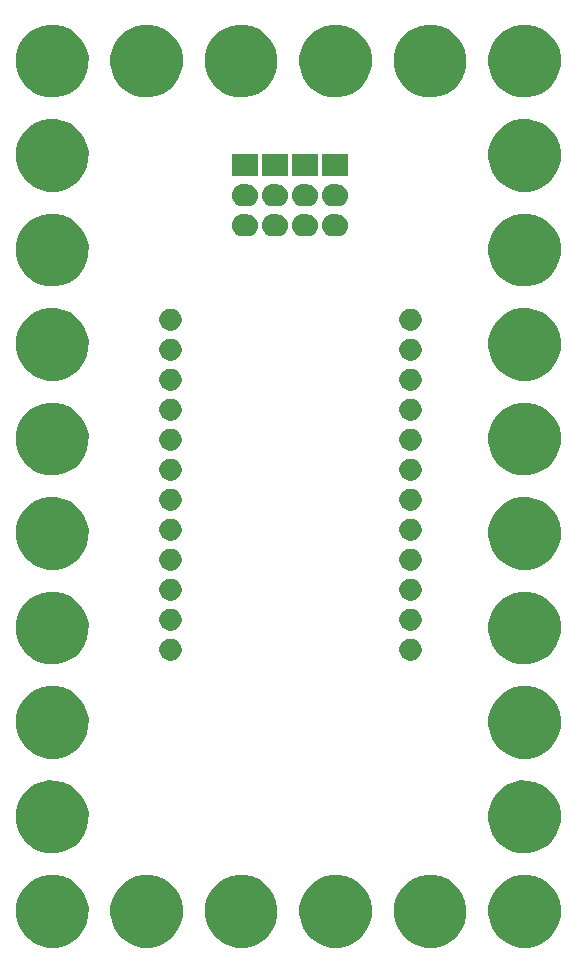
<source format=gbs>
%TF.GenerationSoftware,KiCad,Pcbnew,4.0.7-e2-6376~58~ubuntu16.04.1*%
%TF.CreationDate,2018-07-16T09:48:52-07:00*%
%TF.ProjectId,6x10-Photon-Breakout,3678392D50686F746F6E2D427265616B,1.0*%
%TF.FileFunction,Soldermask,Bot*%
%FSLAX46Y46*%
G04 Gerber Fmt 4.6, Leading zero omitted, Abs format (unit mm)*
G04 Created by KiCad (PCBNEW 4.0.7-e2-6376~58~ubuntu16.04.1) date Mon Jul 16 09:48:52 2018*
%MOMM*%
%LPD*%
G01*
G04 APERTURE LIST*
%ADD10C,0.350000*%
G04 APERTURE END LIST*
D10*
G36*
X59323110Y-100725847D02*
X59914055Y-100847151D01*
X60470198Y-101080932D01*
X60970334Y-101418278D01*
X61395421Y-101846343D01*
X61729266Y-102348821D01*
X61959156Y-102906576D01*
X62076264Y-103498014D01*
X62076264Y-103498024D01*
X62076331Y-103498363D01*
X62066710Y-104187416D01*
X62066633Y-104187754D01*
X62066633Y-104187762D01*
X61933057Y-104775701D01*
X61687685Y-105326816D01*
X61339937Y-105819778D01*
X60903062Y-106235809D01*
X60393700Y-106559061D01*
X59831254Y-106777219D01*
X59237147Y-106881976D01*
X58634003Y-106869342D01*
X58044800Y-106739797D01*
X57491982Y-106498277D01*
X56996607Y-106153982D01*
X56577537Y-105720023D01*
X56250738Y-105212930D01*
X56028656Y-104652014D01*
X55919755Y-104058658D01*
X55928177Y-103455441D01*
X56053606Y-102865347D01*
X56291259Y-102310858D01*
X56632091Y-101813088D01*
X57063112Y-101391000D01*
X57567913Y-101060668D01*
X58127259Y-100834677D01*
X58719845Y-100721636D01*
X59323110Y-100725847D01*
X59323110Y-100725847D01*
G37*
G36*
X67322110Y-100725847D02*
X67913055Y-100847151D01*
X68469198Y-101080932D01*
X68969334Y-101418278D01*
X69394421Y-101846343D01*
X69728266Y-102348821D01*
X69958156Y-102906576D01*
X70075264Y-103498014D01*
X70075264Y-103498024D01*
X70075331Y-103498363D01*
X70065710Y-104187416D01*
X70065633Y-104187754D01*
X70065633Y-104187762D01*
X69932057Y-104775701D01*
X69686685Y-105326816D01*
X69338937Y-105819778D01*
X68902062Y-106235809D01*
X68392700Y-106559061D01*
X67830254Y-106777219D01*
X67236147Y-106881976D01*
X66633003Y-106869342D01*
X66043800Y-106739797D01*
X65490982Y-106498277D01*
X64995607Y-106153982D01*
X64576537Y-105720023D01*
X64249738Y-105212930D01*
X64027656Y-104652014D01*
X63918755Y-104058658D01*
X63927177Y-103455441D01*
X64052606Y-102865347D01*
X64290259Y-102310858D01*
X64631091Y-101813088D01*
X65062112Y-101391000D01*
X65566913Y-101060668D01*
X66126259Y-100834677D01*
X66718845Y-100721636D01*
X67322110Y-100725847D01*
X67322110Y-100725847D01*
G37*
G36*
X83322110Y-100725847D02*
X83913055Y-100847151D01*
X84469198Y-101080932D01*
X84969334Y-101418278D01*
X85394421Y-101846343D01*
X85728266Y-102348821D01*
X85958156Y-102906576D01*
X86075264Y-103498014D01*
X86075264Y-103498024D01*
X86075331Y-103498363D01*
X86065710Y-104187416D01*
X86065633Y-104187754D01*
X86065633Y-104187762D01*
X85932057Y-104775701D01*
X85686685Y-105326816D01*
X85338937Y-105819778D01*
X84902062Y-106235809D01*
X84392700Y-106559061D01*
X83830254Y-106777219D01*
X83236147Y-106881976D01*
X82633003Y-106869342D01*
X82043800Y-106739797D01*
X81490982Y-106498277D01*
X80995607Y-106153982D01*
X80576537Y-105720023D01*
X80249738Y-105212930D01*
X80027656Y-104652014D01*
X79918755Y-104058658D01*
X79927177Y-103455441D01*
X80052606Y-102865347D01*
X80290259Y-102310858D01*
X80631091Y-101813088D01*
X81062112Y-101391000D01*
X81566913Y-101060668D01*
X82126259Y-100834677D01*
X82718845Y-100721636D01*
X83322110Y-100725847D01*
X83322110Y-100725847D01*
G37*
G36*
X75322110Y-100725847D02*
X75913055Y-100847151D01*
X76469198Y-101080932D01*
X76969334Y-101418278D01*
X77394421Y-101846343D01*
X77728266Y-102348821D01*
X77958156Y-102906576D01*
X78075264Y-103498014D01*
X78075264Y-103498024D01*
X78075331Y-103498363D01*
X78065710Y-104187416D01*
X78065633Y-104187754D01*
X78065633Y-104187762D01*
X77932057Y-104775701D01*
X77686685Y-105326816D01*
X77338937Y-105819778D01*
X76902062Y-106235809D01*
X76392700Y-106559061D01*
X75830254Y-106777219D01*
X75236147Y-106881976D01*
X74633003Y-106869342D01*
X74043800Y-106739797D01*
X73490982Y-106498277D01*
X72995607Y-106153982D01*
X72576537Y-105720023D01*
X72249738Y-105212930D01*
X72027656Y-104652014D01*
X71918755Y-104058658D01*
X71927177Y-103455441D01*
X72052606Y-102865347D01*
X72290259Y-102310858D01*
X72631091Y-101813088D01*
X73062112Y-101391000D01*
X73566913Y-101060668D01*
X74126259Y-100834677D01*
X74718845Y-100721636D01*
X75322110Y-100725847D01*
X75322110Y-100725847D01*
G37*
G36*
X99322110Y-100725847D02*
X99913055Y-100847151D01*
X100469198Y-101080932D01*
X100969334Y-101418278D01*
X101394421Y-101846343D01*
X101728266Y-102348821D01*
X101958156Y-102906576D01*
X102075264Y-103498014D01*
X102075264Y-103498024D01*
X102075331Y-103498363D01*
X102065710Y-104187416D01*
X102065633Y-104187754D01*
X102065633Y-104187762D01*
X101932057Y-104775701D01*
X101686685Y-105326816D01*
X101338937Y-105819778D01*
X100902062Y-106235809D01*
X100392700Y-106559061D01*
X99830254Y-106777219D01*
X99236147Y-106881976D01*
X98633003Y-106869342D01*
X98043800Y-106739797D01*
X97490982Y-106498277D01*
X96995607Y-106153982D01*
X96576537Y-105720023D01*
X96249738Y-105212930D01*
X96027656Y-104652014D01*
X95918755Y-104058658D01*
X95927177Y-103455441D01*
X96052606Y-102865347D01*
X96290259Y-102310858D01*
X96631091Y-101813088D01*
X97062112Y-101391000D01*
X97566913Y-101060668D01*
X98126259Y-100834677D01*
X98718845Y-100721636D01*
X99322110Y-100725847D01*
X99322110Y-100725847D01*
G37*
G36*
X91322110Y-100725847D02*
X91913055Y-100847151D01*
X92469198Y-101080932D01*
X92969334Y-101418278D01*
X93394421Y-101846343D01*
X93728266Y-102348821D01*
X93958156Y-102906576D01*
X94075264Y-103498014D01*
X94075264Y-103498024D01*
X94075331Y-103498363D01*
X94065710Y-104187416D01*
X94065633Y-104187754D01*
X94065633Y-104187762D01*
X93932057Y-104775701D01*
X93686685Y-105326816D01*
X93338937Y-105819778D01*
X92902062Y-106235809D01*
X92392700Y-106559061D01*
X91830254Y-106777219D01*
X91236147Y-106881976D01*
X90633003Y-106869342D01*
X90043800Y-106739797D01*
X89490982Y-106498277D01*
X88995607Y-106153982D01*
X88576537Y-105720023D01*
X88249738Y-105212930D01*
X88027656Y-104652014D01*
X87918755Y-104058658D01*
X87927177Y-103455441D01*
X88052606Y-102865347D01*
X88290259Y-102310858D01*
X88631091Y-101813088D01*
X89062112Y-101391000D01*
X89566913Y-101060668D01*
X90126259Y-100834677D01*
X90718845Y-100721636D01*
X91322110Y-100725847D01*
X91322110Y-100725847D01*
G37*
G36*
X59322110Y-92725847D02*
X59913055Y-92847151D01*
X60469198Y-93080932D01*
X60969334Y-93418278D01*
X61394421Y-93846343D01*
X61728266Y-94348821D01*
X61958156Y-94906576D01*
X62075264Y-95498014D01*
X62075264Y-95498024D01*
X62075331Y-95498363D01*
X62065710Y-96187416D01*
X62065633Y-96187754D01*
X62065633Y-96187762D01*
X61932057Y-96775701D01*
X61686685Y-97326816D01*
X61338937Y-97819778D01*
X60902062Y-98235809D01*
X60392700Y-98559061D01*
X59830254Y-98777219D01*
X59236147Y-98881976D01*
X58633003Y-98869342D01*
X58043800Y-98739797D01*
X57490982Y-98498277D01*
X56995607Y-98153982D01*
X56576537Y-97720023D01*
X56249738Y-97212930D01*
X56027656Y-96652014D01*
X55918755Y-96058658D01*
X55927177Y-95455441D01*
X56052606Y-94865347D01*
X56290259Y-94310858D01*
X56631091Y-93813088D01*
X57062112Y-93391000D01*
X57566913Y-93060668D01*
X58126259Y-92834677D01*
X58718845Y-92721636D01*
X59322110Y-92725847D01*
X59322110Y-92725847D01*
G37*
G36*
X99323110Y-92725847D02*
X99914055Y-92847151D01*
X100470198Y-93080932D01*
X100970334Y-93418278D01*
X101395421Y-93846343D01*
X101729266Y-94348821D01*
X101959156Y-94906576D01*
X102076264Y-95498014D01*
X102076264Y-95498024D01*
X102076331Y-95498363D01*
X102066710Y-96187416D01*
X102066633Y-96187754D01*
X102066633Y-96187762D01*
X101933057Y-96775701D01*
X101687685Y-97326816D01*
X101339937Y-97819778D01*
X100903062Y-98235809D01*
X100393700Y-98559061D01*
X99831254Y-98777219D01*
X99237147Y-98881976D01*
X98634003Y-98869342D01*
X98044800Y-98739797D01*
X97491982Y-98498277D01*
X96996607Y-98153982D01*
X96577537Y-97720023D01*
X96250738Y-97212930D01*
X96028656Y-96652014D01*
X95919755Y-96058658D01*
X95928177Y-95455441D01*
X96053606Y-94865347D01*
X96291259Y-94310858D01*
X96632091Y-93813088D01*
X97063112Y-93391000D01*
X97567913Y-93060668D01*
X98127259Y-92834677D01*
X98719845Y-92721636D01*
X99323110Y-92725847D01*
X99323110Y-92725847D01*
G37*
G36*
X99323110Y-84725847D02*
X99914055Y-84847151D01*
X100470198Y-85080932D01*
X100970334Y-85418278D01*
X101395421Y-85846343D01*
X101729266Y-86348821D01*
X101959156Y-86906576D01*
X102076264Y-87498014D01*
X102076264Y-87498024D01*
X102076331Y-87498363D01*
X102066710Y-88187416D01*
X102066633Y-88187754D01*
X102066633Y-88187762D01*
X101933057Y-88775701D01*
X101687685Y-89326816D01*
X101339937Y-89819778D01*
X100903062Y-90235809D01*
X100393700Y-90559061D01*
X99831254Y-90777219D01*
X99237147Y-90881976D01*
X98634003Y-90869342D01*
X98044800Y-90739797D01*
X97491982Y-90498277D01*
X96996607Y-90153982D01*
X96577537Y-89720023D01*
X96250738Y-89212930D01*
X96028656Y-88652014D01*
X95919755Y-88058658D01*
X95928177Y-87455441D01*
X96053606Y-86865347D01*
X96291259Y-86310858D01*
X96632091Y-85813088D01*
X97063112Y-85391000D01*
X97567913Y-85060668D01*
X98127259Y-84834677D01*
X98719845Y-84721636D01*
X99323110Y-84725847D01*
X99323110Y-84725847D01*
G37*
G36*
X59322110Y-84725847D02*
X59913055Y-84847151D01*
X60469198Y-85080932D01*
X60969334Y-85418278D01*
X61394421Y-85846343D01*
X61728266Y-86348821D01*
X61958156Y-86906576D01*
X62075264Y-87498014D01*
X62075264Y-87498024D01*
X62075331Y-87498363D01*
X62065710Y-88187416D01*
X62065633Y-88187754D01*
X62065633Y-88187762D01*
X61932057Y-88775701D01*
X61686685Y-89326816D01*
X61338937Y-89819778D01*
X60902062Y-90235809D01*
X60392700Y-90559061D01*
X59830254Y-90777219D01*
X59236147Y-90881976D01*
X58633003Y-90869342D01*
X58043800Y-90739797D01*
X57490982Y-90498277D01*
X56995607Y-90153982D01*
X56576537Y-89720023D01*
X56249738Y-89212930D01*
X56027656Y-88652014D01*
X55918755Y-88058658D01*
X55927177Y-87455441D01*
X56052606Y-86865347D01*
X56290259Y-86310858D01*
X56631091Y-85813088D01*
X57062112Y-85391000D01*
X57566913Y-85060668D01*
X58126259Y-84834677D01*
X58718845Y-84721636D01*
X59322110Y-84725847D01*
X59322110Y-84725847D01*
G37*
G36*
X99323110Y-76725847D02*
X99914055Y-76847151D01*
X100470198Y-77080932D01*
X100970334Y-77418278D01*
X101395421Y-77846343D01*
X101729266Y-78348821D01*
X101959156Y-78906576D01*
X102076264Y-79498014D01*
X102076264Y-79498024D01*
X102076331Y-79498363D01*
X102066710Y-80187416D01*
X102066633Y-80187754D01*
X102066633Y-80187762D01*
X101933057Y-80775701D01*
X101687685Y-81326816D01*
X101339937Y-81819778D01*
X100903062Y-82235809D01*
X100393700Y-82559061D01*
X99831254Y-82777219D01*
X99237147Y-82881976D01*
X98634003Y-82869342D01*
X98044800Y-82739797D01*
X97491982Y-82498277D01*
X96996607Y-82153982D01*
X96577537Y-81720023D01*
X96250738Y-81212930D01*
X96028656Y-80652014D01*
X95919755Y-80058658D01*
X95928177Y-79455441D01*
X96053606Y-78865347D01*
X96291259Y-78310858D01*
X96632091Y-77813088D01*
X97063112Y-77391000D01*
X97567913Y-77060668D01*
X98127259Y-76834677D01*
X98719845Y-76721636D01*
X99323110Y-76725847D01*
X99323110Y-76725847D01*
G37*
G36*
X59322110Y-76725847D02*
X59913055Y-76847151D01*
X60469198Y-77080932D01*
X60969334Y-77418278D01*
X61394421Y-77846343D01*
X61728266Y-78348821D01*
X61958156Y-78906576D01*
X62075264Y-79498014D01*
X62075264Y-79498024D01*
X62075331Y-79498363D01*
X62065710Y-80187416D01*
X62065633Y-80187754D01*
X62065633Y-80187762D01*
X61932057Y-80775701D01*
X61686685Y-81326816D01*
X61338937Y-81819778D01*
X60902062Y-82235809D01*
X60392700Y-82559061D01*
X59830254Y-82777219D01*
X59236147Y-82881976D01*
X58633003Y-82869342D01*
X58043800Y-82739797D01*
X57490982Y-82498277D01*
X56995607Y-82153982D01*
X56576537Y-81720023D01*
X56249738Y-81212930D01*
X56027656Y-80652014D01*
X55918755Y-80058658D01*
X55927177Y-79455441D01*
X56052606Y-78865347D01*
X56290259Y-78310858D01*
X56631091Y-77813088D01*
X57062112Y-77391000D01*
X57566913Y-77060668D01*
X58126259Y-76834677D01*
X58718845Y-76721636D01*
X59322110Y-76725847D01*
X59322110Y-76725847D01*
G37*
G36*
X89434953Y-80704678D02*
X89615486Y-80741737D01*
X89785396Y-80813160D01*
X89938187Y-80916220D01*
X90068059Y-81047000D01*
X90170048Y-81200507D01*
X90240281Y-81370905D01*
X90276010Y-81551353D01*
X90276010Y-81551358D01*
X90276078Y-81551702D01*
X90273139Y-81762212D01*
X90273062Y-81762550D01*
X90273062Y-81762560D01*
X90232308Y-81941940D01*
X90157346Y-82110306D01*
X90051106Y-82260910D01*
X89917637Y-82388011D01*
X89762022Y-82486768D01*
X89590192Y-82553416D01*
X89408690Y-82585420D01*
X89224424Y-82581560D01*
X89044417Y-82541983D01*
X88875526Y-82468197D01*
X88724188Y-82363014D01*
X88596159Y-82230436D01*
X88496319Y-82075515D01*
X88428470Y-81904147D01*
X88395201Y-81722877D01*
X88397773Y-81538590D01*
X88436094Y-81358310D01*
X88508697Y-81188911D01*
X88612825Y-81036838D01*
X88744504Y-80907887D01*
X88898725Y-80806968D01*
X89069610Y-80737926D01*
X89250647Y-80703392D01*
X89434953Y-80704678D01*
X89434953Y-80704678D01*
G37*
G36*
X69114953Y-80704678D02*
X69295486Y-80741737D01*
X69465396Y-80813160D01*
X69618187Y-80916220D01*
X69748059Y-81047000D01*
X69850048Y-81200507D01*
X69920281Y-81370905D01*
X69956010Y-81551353D01*
X69956010Y-81551358D01*
X69956078Y-81551702D01*
X69953139Y-81762212D01*
X69953062Y-81762550D01*
X69953062Y-81762560D01*
X69912308Y-81941940D01*
X69837346Y-82110306D01*
X69731106Y-82260910D01*
X69597637Y-82388011D01*
X69442022Y-82486768D01*
X69270192Y-82553416D01*
X69088690Y-82585420D01*
X68904424Y-82581560D01*
X68724417Y-82541983D01*
X68555526Y-82468197D01*
X68404188Y-82363014D01*
X68276159Y-82230436D01*
X68176319Y-82075515D01*
X68108470Y-81904147D01*
X68075201Y-81722877D01*
X68077773Y-81538590D01*
X68116094Y-81358310D01*
X68188697Y-81188911D01*
X68292825Y-81036838D01*
X68424504Y-80907887D01*
X68578725Y-80806968D01*
X68749610Y-80737926D01*
X68930647Y-80703392D01*
X69114953Y-80704678D01*
X69114953Y-80704678D01*
G37*
G36*
X89434953Y-78164678D02*
X89615486Y-78201737D01*
X89785396Y-78273160D01*
X89938187Y-78376220D01*
X90068059Y-78507000D01*
X90170048Y-78660507D01*
X90240281Y-78830905D01*
X90276010Y-79011353D01*
X90276010Y-79011358D01*
X90276078Y-79011702D01*
X90273139Y-79222212D01*
X90273062Y-79222550D01*
X90273062Y-79222560D01*
X90232308Y-79401940D01*
X90157346Y-79570306D01*
X90051106Y-79720910D01*
X89917637Y-79848011D01*
X89762022Y-79946768D01*
X89590192Y-80013416D01*
X89408690Y-80045420D01*
X89224424Y-80041560D01*
X89044417Y-80001983D01*
X88875526Y-79928197D01*
X88724188Y-79823014D01*
X88596159Y-79690436D01*
X88496319Y-79535515D01*
X88428470Y-79364147D01*
X88395201Y-79182877D01*
X88397773Y-78998590D01*
X88436094Y-78818310D01*
X88508697Y-78648911D01*
X88612825Y-78496838D01*
X88744504Y-78367887D01*
X88898725Y-78266968D01*
X89069610Y-78197926D01*
X89250647Y-78163392D01*
X89434953Y-78164678D01*
X89434953Y-78164678D01*
G37*
G36*
X69114953Y-78164678D02*
X69295486Y-78201737D01*
X69465396Y-78273160D01*
X69618187Y-78376220D01*
X69748059Y-78507000D01*
X69850048Y-78660507D01*
X69920281Y-78830905D01*
X69956010Y-79011353D01*
X69956010Y-79011358D01*
X69956078Y-79011702D01*
X69953139Y-79222212D01*
X69953062Y-79222550D01*
X69953062Y-79222560D01*
X69912308Y-79401940D01*
X69837346Y-79570306D01*
X69731106Y-79720910D01*
X69597637Y-79848011D01*
X69442022Y-79946768D01*
X69270192Y-80013416D01*
X69088690Y-80045420D01*
X68904424Y-80041560D01*
X68724417Y-80001983D01*
X68555526Y-79928197D01*
X68404188Y-79823014D01*
X68276159Y-79690436D01*
X68176319Y-79535515D01*
X68108470Y-79364147D01*
X68075201Y-79182877D01*
X68077773Y-78998590D01*
X68116094Y-78818310D01*
X68188697Y-78648911D01*
X68292825Y-78496838D01*
X68424504Y-78367887D01*
X68578725Y-78266968D01*
X68749610Y-78197926D01*
X68930647Y-78163392D01*
X69114953Y-78164678D01*
X69114953Y-78164678D01*
G37*
G36*
X89434953Y-75624678D02*
X89615486Y-75661737D01*
X89785396Y-75733160D01*
X89938187Y-75836220D01*
X90068059Y-75967000D01*
X90170048Y-76120507D01*
X90240281Y-76290905D01*
X90276010Y-76471353D01*
X90276010Y-76471358D01*
X90276078Y-76471702D01*
X90273139Y-76682212D01*
X90273062Y-76682550D01*
X90273062Y-76682560D01*
X90232308Y-76861940D01*
X90157346Y-77030306D01*
X90051106Y-77180910D01*
X89917637Y-77308011D01*
X89762022Y-77406768D01*
X89590192Y-77473416D01*
X89408690Y-77505420D01*
X89224424Y-77501560D01*
X89044417Y-77461983D01*
X88875526Y-77388197D01*
X88724188Y-77283014D01*
X88596159Y-77150436D01*
X88496319Y-76995515D01*
X88428470Y-76824147D01*
X88395201Y-76642877D01*
X88397773Y-76458590D01*
X88436094Y-76278310D01*
X88508697Y-76108911D01*
X88612825Y-75956838D01*
X88744504Y-75827887D01*
X88898725Y-75726968D01*
X89069610Y-75657926D01*
X89250647Y-75623392D01*
X89434953Y-75624678D01*
X89434953Y-75624678D01*
G37*
G36*
X69114953Y-75624678D02*
X69295486Y-75661737D01*
X69465396Y-75733160D01*
X69618187Y-75836220D01*
X69748059Y-75967000D01*
X69850048Y-76120507D01*
X69920281Y-76290905D01*
X69956010Y-76471353D01*
X69956010Y-76471358D01*
X69956078Y-76471702D01*
X69953139Y-76682212D01*
X69953062Y-76682550D01*
X69953062Y-76682560D01*
X69912308Y-76861940D01*
X69837346Y-77030306D01*
X69731106Y-77180910D01*
X69597637Y-77308011D01*
X69442022Y-77406768D01*
X69270192Y-77473416D01*
X69088690Y-77505420D01*
X68904424Y-77501560D01*
X68724417Y-77461983D01*
X68555526Y-77388197D01*
X68404188Y-77283014D01*
X68276159Y-77150436D01*
X68176319Y-76995515D01*
X68108470Y-76824147D01*
X68075201Y-76642877D01*
X68077773Y-76458590D01*
X68116094Y-76278310D01*
X68188697Y-76108911D01*
X68292825Y-75956838D01*
X68424504Y-75827887D01*
X68578725Y-75726968D01*
X68749610Y-75657926D01*
X68930647Y-75623392D01*
X69114953Y-75624678D01*
X69114953Y-75624678D01*
G37*
G36*
X89434953Y-73084678D02*
X89615486Y-73121737D01*
X89785396Y-73193160D01*
X89938187Y-73296220D01*
X90068059Y-73427000D01*
X90170048Y-73580507D01*
X90240281Y-73750905D01*
X90276010Y-73931353D01*
X90276010Y-73931358D01*
X90276078Y-73931702D01*
X90273139Y-74142212D01*
X90273062Y-74142550D01*
X90273062Y-74142560D01*
X90232308Y-74321940D01*
X90157346Y-74490306D01*
X90051106Y-74640910D01*
X89917637Y-74768011D01*
X89762022Y-74866768D01*
X89590192Y-74933416D01*
X89408690Y-74965420D01*
X89224424Y-74961560D01*
X89044417Y-74921983D01*
X88875526Y-74848197D01*
X88724188Y-74743014D01*
X88596159Y-74610436D01*
X88496319Y-74455515D01*
X88428470Y-74284147D01*
X88395201Y-74102877D01*
X88397773Y-73918590D01*
X88436094Y-73738310D01*
X88508697Y-73568911D01*
X88612825Y-73416838D01*
X88744504Y-73287887D01*
X88898725Y-73186968D01*
X89069610Y-73117926D01*
X89250647Y-73083392D01*
X89434953Y-73084678D01*
X89434953Y-73084678D01*
G37*
G36*
X69114953Y-73084678D02*
X69295486Y-73121737D01*
X69465396Y-73193160D01*
X69618187Y-73296220D01*
X69748059Y-73427000D01*
X69850048Y-73580507D01*
X69920281Y-73750905D01*
X69956010Y-73931353D01*
X69956010Y-73931358D01*
X69956078Y-73931702D01*
X69953139Y-74142212D01*
X69953062Y-74142550D01*
X69953062Y-74142560D01*
X69912308Y-74321940D01*
X69837346Y-74490306D01*
X69731106Y-74640910D01*
X69597637Y-74768011D01*
X69442022Y-74866768D01*
X69270192Y-74933416D01*
X69088690Y-74965420D01*
X68904424Y-74961560D01*
X68724417Y-74921983D01*
X68555526Y-74848197D01*
X68404188Y-74743014D01*
X68276159Y-74610436D01*
X68176319Y-74455515D01*
X68108470Y-74284147D01*
X68075201Y-74102877D01*
X68077773Y-73918590D01*
X68116094Y-73738310D01*
X68188697Y-73568911D01*
X68292825Y-73416838D01*
X68424504Y-73287887D01*
X68578725Y-73186968D01*
X68749610Y-73117926D01*
X68930647Y-73083392D01*
X69114953Y-73084678D01*
X69114953Y-73084678D01*
G37*
G36*
X99322110Y-68725847D02*
X99913055Y-68847151D01*
X100469198Y-69080932D01*
X100969334Y-69418278D01*
X101394421Y-69846343D01*
X101728266Y-70348821D01*
X101958156Y-70906576D01*
X102075264Y-71498014D01*
X102075264Y-71498024D01*
X102075331Y-71498363D01*
X102065710Y-72187416D01*
X102065633Y-72187754D01*
X102065633Y-72187762D01*
X101932057Y-72775701D01*
X101686685Y-73326816D01*
X101338937Y-73819778D01*
X100902062Y-74235809D01*
X100392700Y-74559061D01*
X99830254Y-74777219D01*
X99236147Y-74881976D01*
X98633003Y-74869342D01*
X98043800Y-74739797D01*
X97490982Y-74498277D01*
X96995607Y-74153982D01*
X96576537Y-73720023D01*
X96249738Y-73212930D01*
X96027656Y-72652014D01*
X95918755Y-72058658D01*
X95927177Y-71455441D01*
X96052606Y-70865347D01*
X96290259Y-70310858D01*
X96631091Y-69813088D01*
X97062112Y-69391000D01*
X97566913Y-69060668D01*
X98126259Y-68834677D01*
X98718845Y-68721636D01*
X99322110Y-68725847D01*
X99322110Y-68725847D01*
G37*
G36*
X59322110Y-68725847D02*
X59913055Y-68847151D01*
X60469198Y-69080932D01*
X60969334Y-69418278D01*
X61394421Y-69846343D01*
X61728266Y-70348821D01*
X61958156Y-70906576D01*
X62075264Y-71498014D01*
X62075264Y-71498024D01*
X62075331Y-71498363D01*
X62065710Y-72187416D01*
X62065633Y-72187754D01*
X62065633Y-72187762D01*
X61932057Y-72775701D01*
X61686685Y-73326816D01*
X61338937Y-73819778D01*
X60902062Y-74235809D01*
X60392700Y-74559061D01*
X59830254Y-74777219D01*
X59236147Y-74881976D01*
X58633003Y-74869342D01*
X58043800Y-74739797D01*
X57490982Y-74498277D01*
X56995607Y-74153982D01*
X56576537Y-73720023D01*
X56249738Y-73212930D01*
X56027656Y-72652014D01*
X55918755Y-72058658D01*
X55927177Y-71455441D01*
X56052606Y-70865347D01*
X56290259Y-70310858D01*
X56631091Y-69813088D01*
X57062112Y-69391000D01*
X57566913Y-69060668D01*
X58126259Y-68834677D01*
X58718845Y-68721636D01*
X59322110Y-68725847D01*
X59322110Y-68725847D01*
G37*
G36*
X69114953Y-70544678D02*
X69295486Y-70581737D01*
X69465396Y-70653160D01*
X69618187Y-70756220D01*
X69748059Y-70887000D01*
X69850048Y-71040507D01*
X69920281Y-71210905D01*
X69956010Y-71391353D01*
X69956010Y-71391358D01*
X69956078Y-71391702D01*
X69953139Y-71602212D01*
X69953062Y-71602550D01*
X69953062Y-71602560D01*
X69912308Y-71781940D01*
X69837346Y-71950306D01*
X69731106Y-72100910D01*
X69597637Y-72228011D01*
X69442022Y-72326768D01*
X69270192Y-72393416D01*
X69088690Y-72425420D01*
X68904424Y-72421560D01*
X68724417Y-72381983D01*
X68555526Y-72308197D01*
X68404188Y-72203014D01*
X68276159Y-72070436D01*
X68176319Y-71915515D01*
X68108470Y-71744147D01*
X68075201Y-71562877D01*
X68077773Y-71378590D01*
X68116094Y-71198310D01*
X68188697Y-71028911D01*
X68292825Y-70876838D01*
X68424504Y-70747887D01*
X68578725Y-70646968D01*
X68749610Y-70577926D01*
X68930647Y-70543392D01*
X69114953Y-70544678D01*
X69114953Y-70544678D01*
G37*
G36*
X89434953Y-70544678D02*
X89615486Y-70581737D01*
X89785396Y-70653160D01*
X89938187Y-70756220D01*
X90068059Y-70887000D01*
X90170048Y-71040507D01*
X90240281Y-71210905D01*
X90276010Y-71391353D01*
X90276010Y-71391358D01*
X90276078Y-71391702D01*
X90273139Y-71602212D01*
X90273062Y-71602550D01*
X90273062Y-71602560D01*
X90232308Y-71781940D01*
X90157346Y-71950306D01*
X90051106Y-72100910D01*
X89917637Y-72228011D01*
X89762022Y-72326768D01*
X89590192Y-72393416D01*
X89408690Y-72425420D01*
X89224424Y-72421560D01*
X89044417Y-72381983D01*
X88875526Y-72308197D01*
X88724188Y-72203014D01*
X88596159Y-72070436D01*
X88496319Y-71915515D01*
X88428470Y-71744147D01*
X88395201Y-71562877D01*
X88397773Y-71378590D01*
X88436094Y-71198310D01*
X88508697Y-71028911D01*
X88612825Y-70876838D01*
X88744504Y-70747887D01*
X88898725Y-70646968D01*
X89069610Y-70577926D01*
X89250647Y-70543392D01*
X89434953Y-70544678D01*
X89434953Y-70544678D01*
G37*
G36*
X89434953Y-68004678D02*
X89615486Y-68041737D01*
X89785396Y-68113160D01*
X89938187Y-68216220D01*
X90068059Y-68347000D01*
X90170048Y-68500507D01*
X90240281Y-68670905D01*
X90276010Y-68851353D01*
X90276010Y-68851358D01*
X90276078Y-68851702D01*
X90273139Y-69062212D01*
X90273062Y-69062550D01*
X90273062Y-69062560D01*
X90232308Y-69241940D01*
X90157346Y-69410306D01*
X90051106Y-69560910D01*
X89917637Y-69688011D01*
X89762022Y-69786768D01*
X89590192Y-69853416D01*
X89408690Y-69885420D01*
X89224424Y-69881560D01*
X89044417Y-69841983D01*
X88875526Y-69768197D01*
X88724188Y-69663014D01*
X88596159Y-69530436D01*
X88496319Y-69375515D01*
X88428470Y-69204147D01*
X88395201Y-69022877D01*
X88397773Y-68838590D01*
X88436094Y-68658310D01*
X88508697Y-68488911D01*
X88612825Y-68336838D01*
X88744504Y-68207887D01*
X88898725Y-68106968D01*
X89069610Y-68037926D01*
X89250647Y-68003392D01*
X89434953Y-68004678D01*
X89434953Y-68004678D01*
G37*
G36*
X69114953Y-68004678D02*
X69295486Y-68041737D01*
X69465396Y-68113160D01*
X69618187Y-68216220D01*
X69748059Y-68347000D01*
X69850048Y-68500507D01*
X69920281Y-68670905D01*
X69956010Y-68851353D01*
X69956010Y-68851358D01*
X69956078Y-68851702D01*
X69953139Y-69062212D01*
X69953062Y-69062550D01*
X69953062Y-69062560D01*
X69912308Y-69241940D01*
X69837346Y-69410306D01*
X69731106Y-69560910D01*
X69597637Y-69688011D01*
X69442022Y-69786768D01*
X69270192Y-69853416D01*
X69088690Y-69885420D01*
X68904424Y-69881560D01*
X68724417Y-69841983D01*
X68555526Y-69768197D01*
X68404188Y-69663014D01*
X68276159Y-69530436D01*
X68176319Y-69375515D01*
X68108470Y-69204147D01*
X68075201Y-69022877D01*
X68077773Y-68838590D01*
X68116094Y-68658310D01*
X68188697Y-68488911D01*
X68292825Y-68336838D01*
X68424504Y-68207887D01*
X68578725Y-68106968D01*
X68749610Y-68037926D01*
X68930647Y-68003392D01*
X69114953Y-68004678D01*
X69114953Y-68004678D01*
G37*
G36*
X89434953Y-65464678D02*
X89615486Y-65501737D01*
X89785396Y-65573160D01*
X89938187Y-65676220D01*
X90068059Y-65807000D01*
X90170048Y-65960507D01*
X90240281Y-66130905D01*
X90276010Y-66311353D01*
X90276010Y-66311358D01*
X90276078Y-66311702D01*
X90273139Y-66522212D01*
X90273062Y-66522550D01*
X90273062Y-66522560D01*
X90232308Y-66701940D01*
X90157346Y-66870306D01*
X90051106Y-67020910D01*
X89917637Y-67148011D01*
X89762022Y-67246768D01*
X89590192Y-67313416D01*
X89408690Y-67345420D01*
X89224424Y-67341560D01*
X89044417Y-67301983D01*
X88875526Y-67228197D01*
X88724188Y-67123014D01*
X88596159Y-66990436D01*
X88496319Y-66835515D01*
X88428470Y-66664147D01*
X88395201Y-66482877D01*
X88397773Y-66298590D01*
X88436094Y-66118310D01*
X88508697Y-65948911D01*
X88612825Y-65796838D01*
X88744504Y-65667887D01*
X88898725Y-65566968D01*
X89069610Y-65497926D01*
X89250647Y-65463392D01*
X89434953Y-65464678D01*
X89434953Y-65464678D01*
G37*
G36*
X69114953Y-65464678D02*
X69295486Y-65501737D01*
X69465396Y-65573160D01*
X69618187Y-65676220D01*
X69748059Y-65807000D01*
X69850048Y-65960507D01*
X69920281Y-66130905D01*
X69956010Y-66311353D01*
X69956010Y-66311358D01*
X69956078Y-66311702D01*
X69953139Y-66522212D01*
X69953062Y-66522550D01*
X69953062Y-66522560D01*
X69912308Y-66701940D01*
X69837346Y-66870306D01*
X69731106Y-67020910D01*
X69597637Y-67148011D01*
X69442022Y-67246768D01*
X69270192Y-67313416D01*
X69088690Y-67345420D01*
X68904424Y-67341560D01*
X68724417Y-67301983D01*
X68555526Y-67228197D01*
X68404188Y-67123014D01*
X68276159Y-66990436D01*
X68176319Y-66835515D01*
X68108470Y-66664147D01*
X68075201Y-66482877D01*
X68077773Y-66298590D01*
X68116094Y-66118310D01*
X68188697Y-65948911D01*
X68292825Y-65796838D01*
X68424504Y-65667887D01*
X68578725Y-65566968D01*
X68749610Y-65497926D01*
X68930647Y-65463392D01*
X69114953Y-65464678D01*
X69114953Y-65464678D01*
G37*
G36*
X99323110Y-60725847D02*
X99914055Y-60847151D01*
X100470198Y-61080932D01*
X100970334Y-61418278D01*
X101395421Y-61846343D01*
X101729266Y-62348821D01*
X101959156Y-62906576D01*
X102076264Y-63498014D01*
X102076264Y-63498024D01*
X102076331Y-63498363D01*
X102066710Y-64187416D01*
X102066633Y-64187754D01*
X102066633Y-64187762D01*
X101933057Y-64775701D01*
X101687685Y-65326816D01*
X101339937Y-65819778D01*
X100903062Y-66235809D01*
X100393700Y-66559061D01*
X99831254Y-66777219D01*
X99237147Y-66881976D01*
X98634003Y-66869342D01*
X98044800Y-66739797D01*
X97491982Y-66498277D01*
X96996607Y-66153982D01*
X96577537Y-65720023D01*
X96250738Y-65212930D01*
X96028656Y-64652014D01*
X95919755Y-64058658D01*
X95928177Y-63455441D01*
X96053606Y-62865347D01*
X96291259Y-62310858D01*
X96632091Y-61813088D01*
X97063112Y-61391000D01*
X97567913Y-61060668D01*
X98127259Y-60834677D01*
X98719845Y-60721636D01*
X99323110Y-60725847D01*
X99323110Y-60725847D01*
G37*
G36*
X59322110Y-60725847D02*
X59913055Y-60847151D01*
X60469198Y-61080932D01*
X60969334Y-61418278D01*
X61394421Y-61846343D01*
X61728266Y-62348821D01*
X61958156Y-62906576D01*
X62075264Y-63498014D01*
X62075264Y-63498024D01*
X62075331Y-63498363D01*
X62065710Y-64187416D01*
X62065633Y-64187754D01*
X62065633Y-64187762D01*
X61932057Y-64775701D01*
X61686685Y-65326816D01*
X61338937Y-65819778D01*
X60902062Y-66235809D01*
X60392700Y-66559061D01*
X59830254Y-66777219D01*
X59236147Y-66881976D01*
X58633003Y-66869342D01*
X58043800Y-66739797D01*
X57490982Y-66498277D01*
X56995607Y-66153982D01*
X56576537Y-65720023D01*
X56249738Y-65212930D01*
X56027656Y-64652014D01*
X55918755Y-64058658D01*
X55927177Y-63455441D01*
X56052606Y-62865347D01*
X56290259Y-62310858D01*
X56631091Y-61813088D01*
X57062112Y-61391000D01*
X57566913Y-61060668D01*
X58126259Y-60834677D01*
X58718845Y-60721636D01*
X59322110Y-60725847D01*
X59322110Y-60725847D01*
G37*
G36*
X69114953Y-62924678D02*
X69295486Y-62961737D01*
X69465396Y-63033160D01*
X69618187Y-63136220D01*
X69748059Y-63267000D01*
X69850048Y-63420507D01*
X69920281Y-63590905D01*
X69956010Y-63771353D01*
X69956010Y-63771358D01*
X69956078Y-63771702D01*
X69953139Y-63982212D01*
X69953062Y-63982550D01*
X69953062Y-63982560D01*
X69912308Y-64161940D01*
X69837346Y-64330306D01*
X69731106Y-64480910D01*
X69597637Y-64608011D01*
X69442022Y-64706768D01*
X69270192Y-64773416D01*
X69088690Y-64805420D01*
X68904424Y-64801560D01*
X68724417Y-64761983D01*
X68555526Y-64688197D01*
X68404188Y-64583014D01*
X68276159Y-64450436D01*
X68176319Y-64295515D01*
X68108470Y-64124147D01*
X68075201Y-63942877D01*
X68077773Y-63758590D01*
X68116094Y-63578310D01*
X68188697Y-63408911D01*
X68292825Y-63256838D01*
X68424504Y-63127887D01*
X68578725Y-63026968D01*
X68749610Y-62957926D01*
X68930647Y-62923392D01*
X69114953Y-62924678D01*
X69114953Y-62924678D01*
G37*
G36*
X89434953Y-62924678D02*
X89615486Y-62961737D01*
X89785396Y-63033160D01*
X89938187Y-63136220D01*
X90068059Y-63267000D01*
X90170048Y-63420507D01*
X90240281Y-63590905D01*
X90276010Y-63771353D01*
X90276010Y-63771358D01*
X90276078Y-63771702D01*
X90273139Y-63982212D01*
X90273062Y-63982550D01*
X90273062Y-63982560D01*
X90232308Y-64161940D01*
X90157346Y-64330306D01*
X90051106Y-64480910D01*
X89917637Y-64608011D01*
X89762022Y-64706768D01*
X89590192Y-64773416D01*
X89408690Y-64805420D01*
X89224424Y-64801560D01*
X89044417Y-64761983D01*
X88875526Y-64688197D01*
X88724188Y-64583014D01*
X88596159Y-64450436D01*
X88496319Y-64295515D01*
X88428470Y-64124147D01*
X88395201Y-63942877D01*
X88397773Y-63758590D01*
X88436094Y-63578310D01*
X88508697Y-63408911D01*
X88612825Y-63256838D01*
X88744504Y-63127887D01*
X88898725Y-63026968D01*
X89069610Y-62957926D01*
X89250647Y-62923392D01*
X89434953Y-62924678D01*
X89434953Y-62924678D01*
G37*
G36*
X69114953Y-60384678D02*
X69295486Y-60421737D01*
X69465396Y-60493160D01*
X69618187Y-60596220D01*
X69748059Y-60727000D01*
X69850048Y-60880507D01*
X69920281Y-61050905D01*
X69956010Y-61231353D01*
X69956010Y-61231358D01*
X69956078Y-61231702D01*
X69953139Y-61442212D01*
X69953062Y-61442550D01*
X69953062Y-61442560D01*
X69912308Y-61621940D01*
X69837346Y-61790306D01*
X69731106Y-61940910D01*
X69597637Y-62068011D01*
X69442022Y-62166768D01*
X69270192Y-62233416D01*
X69088690Y-62265420D01*
X68904424Y-62261560D01*
X68724417Y-62221983D01*
X68555526Y-62148197D01*
X68404188Y-62043014D01*
X68276159Y-61910436D01*
X68176319Y-61755515D01*
X68108470Y-61584147D01*
X68075201Y-61402877D01*
X68077773Y-61218590D01*
X68116094Y-61038310D01*
X68188697Y-60868911D01*
X68292825Y-60716838D01*
X68424504Y-60587887D01*
X68578725Y-60486968D01*
X68749610Y-60417926D01*
X68930647Y-60383392D01*
X69114953Y-60384678D01*
X69114953Y-60384678D01*
G37*
G36*
X89434953Y-60384678D02*
X89615486Y-60421737D01*
X89785396Y-60493160D01*
X89938187Y-60596220D01*
X90068059Y-60727000D01*
X90170048Y-60880507D01*
X90240281Y-61050905D01*
X90276010Y-61231353D01*
X90276010Y-61231358D01*
X90276078Y-61231702D01*
X90273139Y-61442212D01*
X90273062Y-61442550D01*
X90273062Y-61442560D01*
X90232308Y-61621940D01*
X90157346Y-61790306D01*
X90051106Y-61940910D01*
X89917637Y-62068011D01*
X89762022Y-62166768D01*
X89590192Y-62233416D01*
X89408690Y-62265420D01*
X89224424Y-62261560D01*
X89044417Y-62221983D01*
X88875526Y-62148197D01*
X88724188Y-62043014D01*
X88596159Y-61910436D01*
X88496319Y-61755515D01*
X88428470Y-61584147D01*
X88395201Y-61402877D01*
X88397773Y-61218590D01*
X88436094Y-61038310D01*
X88508697Y-60868911D01*
X88612825Y-60716838D01*
X88744504Y-60587887D01*
X88898725Y-60486968D01*
X89069610Y-60417926D01*
X89250647Y-60383392D01*
X89434953Y-60384678D01*
X89434953Y-60384678D01*
G37*
G36*
X69114953Y-57844678D02*
X69295486Y-57881737D01*
X69465396Y-57953160D01*
X69618187Y-58056220D01*
X69748059Y-58187000D01*
X69850048Y-58340507D01*
X69920281Y-58510905D01*
X69956010Y-58691353D01*
X69956010Y-58691358D01*
X69956078Y-58691702D01*
X69953139Y-58902212D01*
X69953062Y-58902550D01*
X69953062Y-58902560D01*
X69912308Y-59081940D01*
X69837346Y-59250306D01*
X69731106Y-59400910D01*
X69597637Y-59528011D01*
X69442022Y-59626768D01*
X69270192Y-59693416D01*
X69088690Y-59725420D01*
X68904424Y-59721560D01*
X68724417Y-59681983D01*
X68555526Y-59608197D01*
X68404188Y-59503014D01*
X68276159Y-59370436D01*
X68176319Y-59215515D01*
X68108470Y-59044147D01*
X68075201Y-58862877D01*
X68077773Y-58678590D01*
X68116094Y-58498310D01*
X68188697Y-58328911D01*
X68292825Y-58176838D01*
X68424504Y-58047887D01*
X68578725Y-57946968D01*
X68749610Y-57877926D01*
X68930647Y-57843392D01*
X69114953Y-57844678D01*
X69114953Y-57844678D01*
G37*
G36*
X89434953Y-57844678D02*
X89615486Y-57881737D01*
X89785396Y-57953160D01*
X89938187Y-58056220D01*
X90068059Y-58187000D01*
X90170048Y-58340507D01*
X90240281Y-58510905D01*
X90276010Y-58691353D01*
X90276010Y-58691358D01*
X90276078Y-58691702D01*
X90273139Y-58902212D01*
X90273062Y-58902550D01*
X90273062Y-58902560D01*
X90232308Y-59081940D01*
X90157346Y-59250306D01*
X90051106Y-59400910D01*
X89917637Y-59528011D01*
X89762022Y-59626768D01*
X89590192Y-59693416D01*
X89408690Y-59725420D01*
X89224424Y-59721560D01*
X89044417Y-59681983D01*
X88875526Y-59608197D01*
X88724188Y-59503014D01*
X88596159Y-59370436D01*
X88496319Y-59215515D01*
X88428470Y-59044147D01*
X88395201Y-58862877D01*
X88397773Y-58678590D01*
X88436094Y-58498310D01*
X88508697Y-58328911D01*
X88612825Y-58176838D01*
X88744504Y-58047887D01*
X88898725Y-57946968D01*
X89069610Y-57877926D01*
X89250647Y-57843392D01*
X89434953Y-57844678D01*
X89434953Y-57844678D01*
G37*
G36*
X99322110Y-52725847D02*
X99913055Y-52847151D01*
X100469198Y-53080932D01*
X100969334Y-53418278D01*
X101394421Y-53846343D01*
X101728266Y-54348821D01*
X101958156Y-54906576D01*
X102075264Y-55498014D01*
X102075264Y-55498024D01*
X102075331Y-55498363D01*
X102065710Y-56187416D01*
X102065633Y-56187754D01*
X102065633Y-56187762D01*
X101932057Y-56775701D01*
X101686685Y-57326816D01*
X101338937Y-57819778D01*
X100902062Y-58235809D01*
X100392700Y-58559061D01*
X99830254Y-58777219D01*
X99236147Y-58881976D01*
X98633003Y-58869342D01*
X98043800Y-58739797D01*
X97490982Y-58498277D01*
X96995607Y-58153982D01*
X96576537Y-57720023D01*
X96249738Y-57212930D01*
X96027656Y-56652014D01*
X95918755Y-56058658D01*
X95927177Y-55455441D01*
X96052606Y-54865347D01*
X96290259Y-54310858D01*
X96631091Y-53813088D01*
X97062112Y-53391000D01*
X97566913Y-53060668D01*
X98126259Y-52834677D01*
X98718845Y-52721636D01*
X99322110Y-52725847D01*
X99322110Y-52725847D01*
G37*
G36*
X59322110Y-52725847D02*
X59913055Y-52847151D01*
X60469198Y-53080932D01*
X60969334Y-53418278D01*
X61394421Y-53846343D01*
X61728266Y-54348821D01*
X61958156Y-54906576D01*
X62075264Y-55498014D01*
X62075264Y-55498024D01*
X62075331Y-55498363D01*
X62065710Y-56187416D01*
X62065633Y-56187754D01*
X62065633Y-56187762D01*
X61932057Y-56775701D01*
X61686685Y-57326816D01*
X61338937Y-57819778D01*
X60902062Y-58235809D01*
X60392700Y-58559061D01*
X59830254Y-58777219D01*
X59236147Y-58881976D01*
X58633003Y-58869342D01*
X58043800Y-58739797D01*
X57490982Y-58498277D01*
X56995607Y-58153982D01*
X56576537Y-57720023D01*
X56249738Y-57212930D01*
X56027656Y-56652014D01*
X55918755Y-56058658D01*
X55927177Y-55455441D01*
X56052606Y-54865347D01*
X56290259Y-54310858D01*
X56631091Y-53813088D01*
X57062112Y-53391000D01*
X57566913Y-53060668D01*
X58126259Y-52834677D01*
X58718845Y-52721636D01*
X59322110Y-52725847D01*
X59322110Y-52725847D01*
G37*
G36*
X69114953Y-55304678D02*
X69295486Y-55341737D01*
X69465396Y-55413160D01*
X69618187Y-55516220D01*
X69748059Y-55647000D01*
X69850048Y-55800507D01*
X69920281Y-55970905D01*
X69956010Y-56151353D01*
X69956010Y-56151358D01*
X69956078Y-56151702D01*
X69953139Y-56362212D01*
X69953062Y-56362550D01*
X69953062Y-56362560D01*
X69912308Y-56541940D01*
X69837346Y-56710306D01*
X69731106Y-56860910D01*
X69597637Y-56988011D01*
X69442022Y-57086768D01*
X69270192Y-57153416D01*
X69088690Y-57185420D01*
X68904424Y-57181560D01*
X68724417Y-57141983D01*
X68555526Y-57068197D01*
X68404188Y-56963014D01*
X68276159Y-56830436D01*
X68176319Y-56675515D01*
X68108470Y-56504147D01*
X68075201Y-56322877D01*
X68077773Y-56138590D01*
X68116094Y-55958310D01*
X68188697Y-55788911D01*
X68292825Y-55636838D01*
X68424504Y-55507887D01*
X68578725Y-55406968D01*
X68749610Y-55337926D01*
X68930647Y-55303392D01*
X69114953Y-55304678D01*
X69114953Y-55304678D01*
G37*
G36*
X89434953Y-55304678D02*
X89615486Y-55341737D01*
X89785396Y-55413160D01*
X89938187Y-55516220D01*
X90068059Y-55647000D01*
X90170048Y-55800507D01*
X90240281Y-55970905D01*
X90276010Y-56151353D01*
X90276010Y-56151358D01*
X90276078Y-56151702D01*
X90273139Y-56362212D01*
X90273062Y-56362550D01*
X90273062Y-56362560D01*
X90232308Y-56541940D01*
X90157346Y-56710306D01*
X90051106Y-56860910D01*
X89917637Y-56988011D01*
X89762022Y-57086768D01*
X89590192Y-57153416D01*
X89408690Y-57185420D01*
X89224424Y-57181560D01*
X89044417Y-57141983D01*
X88875526Y-57068197D01*
X88724188Y-56963014D01*
X88596159Y-56830436D01*
X88496319Y-56675515D01*
X88428470Y-56504147D01*
X88395201Y-56322877D01*
X88397773Y-56138590D01*
X88436094Y-55958310D01*
X88508697Y-55788911D01*
X88612825Y-55636838D01*
X88744504Y-55507887D01*
X88898725Y-55406968D01*
X89069610Y-55337926D01*
X89250647Y-55303392D01*
X89434953Y-55304678D01*
X89434953Y-55304678D01*
G37*
G36*
X89434953Y-52764678D02*
X89615486Y-52801737D01*
X89785396Y-52873160D01*
X89938187Y-52976220D01*
X90068059Y-53107000D01*
X90170048Y-53260507D01*
X90240281Y-53430905D01*
X90276010Y-53611353D01*
X90276010Y-53611358D01*
X90276078Y-53611702D01*
X90273139Y-53822212D01*
X90273062Y-53822550D01*
X90273062Y-53822560D01*
X90232308Y-54001940D01*
X90157346Y-54170306D01*
X90051106Y-54320910D01*
X89917637Y-54448011D01*
X89762022Y-54546768D01*
X89590192Y-54613416D01*
X89408690Y-54645420D01*
X89224424Y-54641560D01*
X89044417Y-54601983D01*
X88875526Y-54528197D01*
X88724188Y-54423014D01*
X88596159Y-54290436D01*
X88496319Y-54135515D01*
X88428470Y-53964147D01*
X88395201Y-53782877D01*
X88397773Y-53598590D01*
X88436094Y-53418310D01*
X88508697Y-53248911D01*
X88612825Y-53096838D01*
X88744504Y-52967887D01*
X88898725Y-52866968D01*
X89069610Y-52797926D01*
X89250647Y-52763392D01*
X89434953Y-52764678D01*
X89434953Y-52764678D01*
G37*
G36*
X69114953Y-52764678D02*
X69295486Y-52801737D01*
X69465396Y-52873160D01*
X69618187Y-52976220D01*
X69748059Y-53107000D01*
X69850048Y-53260507D01*
X69920281Y-53430905D01*
X69956010Y-53611353D01*
X69956010Y-53611358D01*
X69956078Y-53611702D01*
X69953139Y-53822212D01*
X69953062Y-53822550D01*
X69953062Y-53822560D01*
X69912308Y-54001940D01*
X69837346Y-54170306D01*
X69731106Y-54320910D01*
X69597637Y-54448011D01*
X69442022Y-54546768D01*
X69270192Y-54613416D01*
X69088690Y-54645420D01*
X68904424Y-54641560D01*
X68724417Y-54601983D01*
X68555526Y-54528197D01*
X68404188Y-54423014D01*
X68276159Y-54290436D01*
X68176319Y-54135515D01*
X68108470Y-53964147D01*
X68075201Y-53782877D01*
X68077773Y-53598590D01*
X68116094Y-53418310D01*
X68188697Y-53248911D01*
X68292825Y-53096838D01*
X68424504Y-52967887D01*
X68578725Y-52866968D01*
X68749610Y-52797926D01*
X68930647Y-52763392D01*
X69114953Y-52764678D01*
X69114953Y-52764678D01*
G37*
G36*
X59322110Y-44725847D02*
X59913055Y-44847151D01*
X60469198Y-45080932D01*
X60969334Y-45418278D01*
X61394421Y-45846343D01*
X61728266Y-46348821D01*
X61958156Y-46906576D01*
X62075264Y-47498014D01*
X62075264Y-47498024D01*
X62075331Y-47498363D01*
X62065710Y-48187416D01*
X62065633Y-48187754D01*
X62065633Y-48187762D01*
X61932057Y-48775701D01*
X61686685Y-49326816D01*
X61338937Y-49819778D01*
X60902062Y-50235809D01*
X60392700Y-50559061D01*
X59830254Y-50777219D01*
X59236147Y-50881976D01*
X58633003Y-50869342D01*
X58043800Y-50739797D01*
X57490982Y-50498277D01*
X56995607Y-50153982D01*
X56576537Y-49720023D01*
X56249738Y-49212930D01*
X56027656Y-48652014D01*
X55918755Y-48058658D01*
X55927177Y-47455441D01*
X56052606Y-46865347D01*
X56290259Y-46310858D01*
X56631091Y-45813088D01*
X57062112Y-45391000D01*
X57566913Y-45060668D01*
X58126259Y-44834677D01*
X58718845Y-44721636D01*
X59322110Y-44725847D01*
X59322110Y-44725847D01*
G37*
G36*
X99322110Y-44725847D02*
X99913055Y-44847151D01*
X100469198Y-45080932D01*
X100969334Y-45418278D01*
X101394421Y-45846343D01*
X101728266Y-46348821D01*
X101958156Y-46906576D01*
X102075264Y-47498014D01*
X102075264Y-47498024D01*
X102075331Y-47498363D01*
X102065710Y-48187416D01*
X102065633Y-48187754D01*
X102065633Y-48187762D01*
X101932057Y-48775701D01*
X101686685Y-49326816D01*
X101338937Y-49819778D01*
X100902062Y-50235809D01*
X100392700Y-50559061D01*
X99830254Y-50777219D01*
X99236147Y-50881976D01*
X98633003Y-50869342D01*
X98043800Y-50739797D01*
X97490982Y-50498277D01*
X96995607Y-50153982D01*
X96576537Y-49720023D01*
X96249738Y-49212930D01*
X96027656Y-48652014D01*
X95918755Y-48058658D01*
X95927177Y-47455441D01*
X96052606Y-46865347D01*
X96290259Y-46310858D01*
X96631091Y-45813088D01*
X97062112Y-45391000D01*
X97566913Y-45060668D01*
X98126259Y-44834677D01*
X98718845Y-44721636D01*
X99322110Y-44725847D01*
X99322110Y-44725847D01*
G37*
G36*
X75479749Y-44780277D02*
X75479754Y-44780278D01*
X75481807Y-44780292D01*
X75664080Y-44800737D01*
X75838912Y-44856197D01*
X75999641Y-44944558D01*
X76140146Y-45062456D01*
X76255076Y-45205400D01*
X76340052Y-45367945D01*
X76391839Y-45543899D01*
X76391843Y-45543940D01*
X76391844Y-45543944D01*
X76408463Y-45726558D01*
X76390648Y-45896056D01*
X76389290Y-45908973D01*
X76335052Y-46084187D01*
X76247815Y-46245529D01*
X76130900Y-46386855D01*
X75988762Y-46502779D01*
X75826815Y-46588888D01*
X75651226Y-46641902D01*
X75468685Y-46659800D01*
X75153283Y-46659800D01*
X75142251Y-46659723D01*
X75142246Y-46659722D01*
X75140193Y-46659708D01*
X74957920Y-46639263D01*
X74783088Y-46583803D01*
X74622359Y-46495442D01*
X74481854Y-46377544D01*
X74366924Y-46234600D01*
X74281948Y-46072055D01*
X74230161Y-45896101D01*
X74230157Y-45896060D01*
X74230156Y-45896056D01*
X74213537Y-45713442D01*
X74232705Y-45531074D01*
X74232710Y-45531027D01*
X74286948Y-45355813D01*
X74374185Y-45194471D01*
X74491100Y-45053145D01*
X74633238Y-44937221D01*
X74795185Y-44851112D01*
X74970774Y-44798098D01*
X75153315Y-44780200D01*
X75468717Y-44780200D01*
X75479749Y-44780277D01*
X75479749Y-44780277D01*
G37*
G36*
X83099749Y-44780277D02*
X83099754Y-44780278D01*
X83101807Y-44780292D01*
X83284080Y-44800737D01*
X83458912Y-44856197D01*
X83619641Y-44944558D01*
X83760146Y-45062456D01*
X83875076Y-45205400D01*
X83960052Y-45367945D01*
X84011839Y-45543899D01*
X84011843Y-45543940D01*
X84011844Y-45543944D01*
X84028463Y-45726558D01*
X84010648Y-45896056D01*
X84009290Y-45908973D01*
X83955052Y-46084187D01*
X83867815Y-46245529D01*
X83750900Y-46386855D01*
X83608762Y-46502779D01*
X83446815Y-46588888D01*
X83271226Y-46641902D01*
X83088685Y-46659800D01*
X82773283Y-46659800D01*
X82762251Y-46659723D01*
X82762246Y-46659722D01*
X82760193Y-46659708D01*
X82577920Y-46639263D01*
X82403088Y-46583803D01*
X82242359Y-46495442D01*
X82101854Y-46377544D01*
X81986924Y-46234600D01*
X81901948Y-46072055D01*
X81850161Y-45896101D01*
X81850157Y-45896060D01*
X81850156Y-45896056D01*
X81833537Y-45713442D01*
X81852705Y-45531074D01*
X81852710Y-45531027D01*
X81906948Y-45355813D01*
X81994185Y-45194471D01*
X82111100Y-45053145D01*
X82253238Y-44937221D01*
X82415185Y-44851112D01*
X82590774Y-44798098D01*
X82773315Y-44780200D01*
X83088717Y-44780200D01*
X83099749Y-44780277D01*
X83099749Y-44780277D01*
G37*
G36*
X80559749Y-44780277D02*
X80559754Y-44780278D01*
X80561807Y-44780292D01*
X80744080Y-44800737D01*
X80918912Y-44856197D01*
X81079641Y-44944558D01*
X81220146Y-45062456D01*
X81335076Y-45205400D01*
X81420052Y-45367945D01*
X81471839Y-45543899D01*
X81471843Y-45543940D01*
X81471844Y-45543944D01*
X81488463Y-45726558D01*
X81470648Y-45896056D01*
X81469290Y-45908973D01*
X81415052Y-46084187D01*
X81327815Y-46245529D01*
X81210900Y-46386855D01*
X81068762Y-46502779D01*
X80906815Y-46588888D01*
X80731226Y-46641902D01*
X80548685Y-46659800D01*
X80233283Y-46659800D01*
X80222251Y-46659723D01*
X80222246Y-46659722D01*
X80220193Y-46659708D01*
X80037920Y-46639263D01*
X79863088Y-46583803D01*
X79702359Y-46495442D01*
X79561854Y-46377544D01*
X79446924Y-46234600D01*
X79361948Y-46072055D01*
X79310161Y-45896101D01*
X79310157Y-45896060D01*
X79310156Y-45896056D01*
X79293537Y-45713442D01*
X79312705Y-45531074D01*
X79312710Y-45531027D01*
X79366948Y-45355813D01*
X79454185Y-45194471D01*
X79571100Y-45053145D01*
X79713238Y-44937221D01*
X79875185Y-44851112D01*
X80050774Y-44798098D01*
X80233315Y-44780200D01*
X80548717Y-44780200D01*
X80559749Y-44780277D01*
X80559749Y-44780277D01*
G37*
G36*
X78019749Y-44780277D02*
X78019754Y-44780278D01*
X78021807Y-44780292D01*
X78204080Y-44800737D01*
X78378912Y-44856197D01*
X78539641Y-44944558D01*
X78680146Y-45062456D01*
X78795076Y-45205400D01*
X78880052Y-45367945D01*
X78931839Y-45543899D01*
X78931843Y-45543940D01*
X78931844Y-45543944D01*
X78948463Y-45726558D01*
X78930648Y-45896056D01*
X78929290Y-45908973D01*
X78875052Y-46084187D01*
X78787815Y-46245529D01*
X78670900Y-46386855D01*
X78528762Y-46502779D01*
X78366815Y-46588888D01*
X78191226Y-46641902D01*
X78008685Y-46659800D01*
X77693283Y-46659800D01*
X77682251Y-46659723D01*
X77682246Y-46659722D01*
X77680193Y-46659708D01*
X77497920Y-46639263D01*
X77323088Y-46583803D01*
X77162359Y-46495442D01*
X77021854Y-46377544D01*
X76906924Y-46234600D01*
X76821948Y-46072055D01*
X76770161Y-45896101D01*
X76770157Y-45896060D01*
X76770156Y-45896056D01*
X76753537Y-45713442D01*
X76772705Y-45531074D01*
X76772710Y-45531027D01*
X76826948Y-45355813D01*
X76914185Y-45194471D01*
X77031100Y-45053145D01*
X77173238Y-44937221D01*
X77335185Y-44851112D01*
X77510774Y-44798098D01*
X77693315Y-44780200D01*
X78008717Y-44780200D01*
X78019749Y-44780277D01*
X78019749Y-44780277D01*
G37*
G36*
X75479749Y-42240277D02*
X75479754Y-42240278D01*
X75481807Y-42240292D01*
X75664080Y-42260737D01*
X75838912Y-42316197D01*
X75999641Y-42404558D01*
X76140146Y-42522456D01*
X76255076Y-42665400D01*
X76340052Y-42827945D01*
X76391839Y-43003899D01*
X76391843Y-43003940D01*
X76391844Y-43003944D01*
X76408463Y-43186558D01*
X76390648Y-43356056D01*
X76389290Y-43368973D01*
X76335052Y-43544187D01*
X76247815Y-43705529D01*
X76130900Y-43846855D01*
X75988762Y-43962779D01*
X75826815Y-44048888D01*
X75651226Y-44101902D01*
X75468685Y-44119800D01*
X75153283Y-44119800D01*
X75142251Y-44119723D01*
X75142246Y-44119722D01*
X75140193Y-44119708D01*
X74957920Y-44099263D01*
X74783088Y-44043803D01*
X74622359Y-43955442D01*
X74481854Y-43837544D01*
X74366924Y-43694600D01*
X74281948Y-43532055D01*
X74230161Y-43356101D01*
X74230157Y-43356060D01*
X74230156Y-43356056D01*
X74213537Y-43173442D01*
X74232705Y-42991074D01*
X74232710Y-42991027D01*
X74286948Y-42815813D01*
X74374185Y-42654471D01*
X74491100Y-42513145D01*
X74633238Y-42397221D01*
X74795185Y-42311112D01*
X74970774Y-42258098D01*
X75153315Y-42240200D01*
X75468717Y-42240200D01*
X75479749Y-42240277D01*
X75479749Y-42240277D01*
G37*
G36*
X83099749Y-42240277D02*
X83099754Y-42240278D01*
X83101807Y-42240292D01*
X83284080Y-42260737D01*
X83458912Y-42316197D01*
X83619641Y-42404558D01*
X83760146Y-42522456D01*
X83875076Y-42665400D01*
X83960052Y-42827945D01*
X84011839Y-43003899D01*
X84011843Y-43003940D01*
X84011844Y-43003944D01*
X84028463Y-43186558D01*
X84010648Y-43356056D01*
X84009290Y-43368973D01*
X83955052Y-43544187D01*
X83867815Y-43705529D01*
X83750900Y-43846855D01*
X83608762Y-43962779D01*
X83446815Y-44048888D01*
X83271226Y-44101902D01*
X83088685Y-44119800D01*
X82773283Y-44119800D01*
X82762251Y-44119723D01*
X82762246Y-44119722D01*
X82760193Y-44119708D01*
X82577920Y-44099263D01*
X82403088Y-44043803D01*
X82242359Y-43955442D01*
X82101854Y-43837544D01*
X81986924Y-43694600D01*
X81901948Y-43532055D01*
X81850161Y-43356101D01*
X81850157Y-43356060D01*
X81850156Y-43356056D01*
X81833537Y-43173442D01*
X81852705Y-42991074D01*
X81852710Y-42991027D01*
X81906948Y-42815813D01*
X81994185Y-42654471D01*
X82111100Y-42513145D01*
X82253238Y-42397221D01*
X82415185Y-42311112D01*
X82590774Y-42258098D01*
X82773315Y-42240200D01*
X83088717Y-42240200D01*
X83099749Y-42240277D01*
X83099749Y-42240277D01*
G37*
G36*
X80559749Y-42240277D02*
X80559754Y-42240278D01*
X80561807Y-42240292D01*
X80744080Y-42260737D01*
X80918912Y-42316197D01*
X81079641Y-42404558D01*
X81220146Y-42522456D01*
X81335076Y-42665400D01*
X81420052Y-42827945D01*
X81471839Y-43003899D01*
X81471843Y-43003940D01*
X81471844Y-43003944D01*
X81488463Y-43186558D01*
X81470648Y-43356056D01*
X81469290Y-43368973D01*
X81415052Y-43544187D01*
X81327815Y-43705529D01*
X81210900Y-43846855D01*
X81068762Y-43962779D01*
X80906815Y-44048888D01*
X80731226Y-44101902D01*
X80548685Y-44119800D01*
X80233283Y-44119800D01*
X80222251Y-44119723D01*
X80222246Y-44119722D01*
X80220193Y-44119708D01*
X80037920Y-44099263D01*
X79863088Y-44043803D01*
X79702359Y-43955442D01*
X79561854Y-43837544D01*
X79446924Y-43694600D01*
X79361948Y-43532055D01*
X79310161Y-43356101D01*
X79310157Y-43356060D01*
X79310156Y-43356056D01*
X79293537Y-43173442D01*
X79312705Y-42991074D01*
X79312710Y-42991027D01*
X79366948Y-42815813D01*
X79454185Y-42654471D01*
X79571100Y-42513145D01*
X79713238Y-42397221D01*
X79875185Y-42311112D01*
X80050774Y-42258098D01*
X80233315Y-42240200D01*
X80548717Y-42240200D01*
X80559749Y-42240277D01*
X80559749Y-42240277D01*
G37*
G36*
X78019749Y-42240277D02*
X78019754Y-42240278D01*
X78021807Y-42240292D01*
X78204080Y-42260737D01*
X78378912Y-42316197D01*
X78539641Y-42404558D01*
X78680146Y-42522456D01*
X78795076Y-42665400D01*
X78880052Y-42827945D01*
X78931839Y-43003899D01*
X78931843Y-43003940D01*
X78931844Y-43003944D01*
X78948463Y-43186558D01*
X78930648Y-43356056D01*
X78929290Y-43368973D01*
X78875052Y-43544187D01*
X78787815Y-43705529D01*
X78670900Y-43846855D01*
X78528762Y-43962779D01*
X78366815Y-44048888D01*
X78191226Y-44101902D01*
X78008685Y-44119800D01*
X77693283Y-44119800D01*
X77682251Y-44119723D01*
X77682246Y-44119722D01*
X77680193Y-44119708D01*
X77497920Y-44099263D01*
X77323088Y-44043803D01*
X77162359Y-43955442D01*
X77021854Y-43837544D01*
X76906924Y-43694600D01*
X76821948Y-43532055D01*
X76770161Y-43356101D01*
X76770157Y-43356060D01*
X76770156Y-43356056D01*
X76753537Y-43173442D01*
X76772705Y-42991074D01*
X76772710Y-42991027D01*
X76826948Y-42815813D01*
X76914185Y-42654471D01*
X77031100Y-42513145D01*
X77173238Y-42397221D01*
X77335185Y-42311112D01*
X77510774Y-42258098D01*
X77693315Y-42240200D01*
X78008717Y-42240200D01*
X78019749Y-42240277D01*
X78019749Y-42240277D01*
G37*
G36*
X59322110Y-36725847D02*
X59913055Y-36847151D01*
X60469198Y-37080932D01*
X60969334Y-37418278D01*
X61394421Y-37846343D01*
X61728266Y-38348821D01*
X61958156Y-38906576D01*
X62075264Y-39498014D01*
X62075264Y-39498024D01*
X62075331Y-39498363D01*
X62065710Y-40187416D01*
X62065633Y-40187754D01*
X62065633Y-40187762D01*
X61932057Y-40775701D01*
X61686685Y-41326816D01*
X61338937Y-41819778D01*
X60902062Y-42235809D01*
X60392700Y-42559061D01*
X59830254Y-42777219D01*
X59236147Y-42881976D01*
X58633003Y-42869342D01*
X58043800Y-42739797D01*
X57490982Y-42498277D01*
X56995607Y-42153982D01*
X56576537Y-41720023D01*
X56249738Y-41212930D01*
X56027656Y-40652014D01*
X55918755Y-40058658D01*
X55927177Y-39455441D01*
X56052606Y-38865347D01*
X56290259Y-38310858D01*
X56631091Y-37813088D01*
X57062112Y-37391000D01*
X57566913Y-37060668D01*
X58126259Y-36834677D01*
X58718845Y-36721636D01*
X59322110Y-36725847D01*
X59322110Y-36725847D01*
G37*
G36*
X99322110Y-36725847D02*
X99913055Y-36847151D01*
X100469198Y-37080932D01*
X100969334Y-37418278D01*
X101394421Y-37846343D01*
X101728266Y-38348821D01*
X101958156Y-38906576D01*
X102075264Y-39498014D01*
X102075264Y-39498024D01*
X102075331Y-39498363D01*
X102065710Y-40187416D01*
X102065633Y-40187754D01*
X102065633Y-40187762D01*
X101932057Y-40775701D01*
X101686685Y-41326816D01*
X101338937Y-41819778D01*
X100902062Y-42235809D01*
X100392700Y-42559061D01*
X99830254Y-42777219D01*
X99236147Y-42881976D01*
X98633003Y-42869342D01*
X98043800Y-42739797D01*
X97490982Y-42498277D01*
X96995607Y-42153982D01*
X96576537Y-41720023D01*
X96249738Y-41212930D01*
X96027656Y-40652014D01*
X95918755Y-40058658D01*
X95927177Y-39455441D01*
X96052606Y-38865347D01*
X96290259Y-38310858D01*
X96631091Y-37813088D01*
X97062112Y-37391000D01*
X97566913Y-37060668D01*
X98126259Y-36834677D01*
X98718845Y-36721636D01*
X99322110Y-36725847D01*
X99322110Y-36725847D01*
G37*
G36*
X78943200Y-41579800D02*
X76758800Y-41579800D01*
X76758800Y-39700200D01*
X78943200Y-39700200D01*
X78943200Y-41579800D01*
X78943200Y-41579800D01*
G37*
G36*
X81483200Y-41579800D02*
X79298800Y-41579800D01*
X79298800Y-39700200D01*
X81483200Y-39700200D01*
X81483200Y-41579800D01*
X81483200Y-41579800D01*
G37*
G36*
X84023200Y-41579800D02*
X81838800Y-41579800D01*
X81838800Y-39700200D01*
X84023200Y-39700200D01*
X84023200Y-41579800D01*
X84023200Y-41579800D01*
G37*
G36*
X76403200Y-41579800D02*
X74218800Y-41579800D01*
X74218800Y-39700200D01*
X76403200Y-39700200D01*
X76403200Y-41579800D01*
X76403200Y-41579800D01*
G37*
G36*
X99322110Y-28725847D02*
X99913055Y-28847151D01*
X100469198Y-29080932D01*
X100969334Y-29418278D01*
X101394421Y-29846343D01*
X101728266Y-30348821D01*
X101958156Y-30906576D01*
X102075264Y-31498014D01*
X102075264Y-31498024D01*
X102075331Y-31498363D01*
X102065710Y-32187416D01*
X102065633Y-32187754D01*
X102065633Y-32187762D01*
X101932057Y-32775701D01*
X101686685Y-33326816D01*
X101338937Y-33819778D01*
X100902062Y-34235809D01*
X100392700Y-34559061D01*
X99830254Y-34777219D01*
X99236147Y-34881976D01*
X98633003Y-34869342D01*
X98043800Y-34739797D01*
X97490982Y-34498277D01*
X96995607Y-34153982D01*
X96576537Y-33720023D01*
X96249738Y-33212930D01*
X96027656Y-32652014D01*
X95918755Y-32058658D01*
X95927177Y-31455441D01*
X96052606Y-30865347D01*
X96290259Y-30310858D01*
X96631091Y-29813088D01*
X97062112Y-29391000D01*
X97566913Y-29060668D01*
X98126259Y-28834677D01*
X98718845Y-28721636D01*
X99322110Y-28725847D01*
X99322110Y-28725847D01*
G37*
G36*
X91322110Y-28725847D02*
X91913055Y-28847151D01*
X92469198Y-29080932D01*
X92969334Y-29418278D01*
X93394421Y-29846343D01*
X93728266Y-30348821D01*
X93958156Y-30906576D01*
X94075264Y-31498014D01*
X94075264Y-31498024D01*
X94075331Y-31498363D01*
X94065710Y-32187416D01*
X94065633Y-32187754D01*
X94065633Y-32187762D01*
X93932057Y-32775701D01*
X93686685Y-33326816D01*
X93338937Y-33819778D01*
X92902062Y-34235809D01*
X92392700Y-34559061D01*
X91830254Y-34777219D01*
X91236147Y-34881976D01*
X90633003Y-34869342D01*
X90043800Y-34739797D01*
X89490982Y-34498277D01*
X88995607Y-34153982D01*
X88576537Y-33720023D01*
X88249738Y-33212930D01*
X88027656Y-32652014D01*
X87918755Y-32058658D01*
X87927177Y-31455441D01*
X88052606Y-30865347D01*
X88290259Y-30310858D01*
X88631091Y-29813088D01*
X89062112Y-29391000D01*
X89566913Y-29060668D01*
X90126259Y-28834677D01*
X90718845Y-28721636D01*
X91322110Y-28725847D01*
X91322110Y-28725847D01*
G37*
G36*
X83322110Y-28725847D02*
X83913055Y-28847151D01*
X84469198Y-29080932D01*
X84969334Y-29418278D01*
X85394421Y-29846343D01*
X85728266Y-30348821D01*
X85958156Y-30906576D01*
X86075264Y-31498014D01*
X86075264Y-31498024D01*
X86075331Y-31498363D01*
X86065710Y-32187416D01*
X86065633Y-32187754D01*
X86065633Y-32187762D01*
X85932057Y-32775701D01*
X85686685Y-33326816D01*
X85338937Y-33819778D01*
X84902062Y-34235809D01*
X84392700Y-34559061D01*
X83830254Y-34777219D01*
X83236147Y-34881976D01*
X82633003Y-34869342D01*
X82043800Y-34739797D01*
X81490982Y-34498277D01*
X80995607Y-34153982D01*
X80576537Y-33720023D01*
X80249738Y-33212930D01*
X80027656Y-32652014D01*
X79918755Y-32058658D01*
X79927177Y-31455441D01*
X80052606Y-30865347D01*
X80290259Y-30310858D01*
X80631091Y-29813088D01*
X81062112Y-29391000D01*
X81566913Y-29060668D01*
X82126259Y-28834677D01*
X82718845Y-28721636D01*
X83322110Y-28725847D01*
X83322110Y-28725847D01*
G37*
G36*
X75322110Y-28725847D02*
X75913055Y-28847151D01*
X76469198Y-29080932D01*
X76969334Y-29418278D01*
X77394421Y-29846343D01*
X77728266Y-30348821D01*
X77958156Y-30906576D01*
X78075264Y-31498014D01*
X78075264Y-31498024D01*
X78075331Y-31498363D01*
X78065710Y-32187416D01*
X78065633Y-32187754D01*
X78065633Y-32187762D01*
X77932057Y-32775701D01*
X77686685Y-33326816D01*
X77338937Y-33819778D01*
X76902062Y-34235809D01*
X76392700Y-34559061D01*
X75830254Y-34777219D01*
X75236147Y-34881976D01*
X74633003Y-34869342D01*
X74043800Y-34739797D01*
X73490982Y-34498277D01*
X72995607Y-34153982D01*
X72576537Y-33720023D01*
X72249738Y-33212930D01*
X72027656Y-32652014D01*
X71918755Y-32058658D01*
X71927177Y-31455441D01*
X72052606Y-30865347D01*
X72290259Y-30310858D01*
X72631091Y-29813088D01*
X73062112Y-29391000D01*
X73566913Y-29060668D01*
X74126259Y-28834677D01*
X74718845Y-28721636D01*
X75322110Y-28725847D01*
X75322110Y-28725847D01*
G37*
G36*
X67322110Y-28725847D02*
X67913055Y-28847151D01*
X68469198Y-29080932D01*
X68969334Y-29418278D01*
X69394421Y-29846343D01*
X69728266Y-30348821D01*
X69958156Y-30906576D01*
X70075264Y-31498014D01*
X70075264Y-31498024D01*
X70075331Y-31498363D01*
X70065710Y-32187416D01*
X70065633Y-32187754D01*
X70065633Y-32187762D01*
X69932057Y-32775701D01*
X69686685Y-33326816D01*
X69338937Y-33819778D01*
X68902062Y-34235809D01*
X68392700Y-34559061D01*
X67830254Y-34777219D01*
X67236147Y-34881976D01*
X66633003Y-34869342D01*
X66043800Y-34739797D01*
X65490982Y-34498277D01*
X64995607Y-34153982D01*
X64576537Y-33720023D01*
X64249738Y-33212930D01*
X64027656Y-32652014D01*
X63918755Y-32058658D01*
X63927177Y-31455441D01*
X64052606Y-30865347D01*
X64290259Y-30310858D01*
X64631091Y-29813088D01*
X65062112Y-29391000D01*
X65566913Y-29060668D01*
X66126259Y-28834677D01*
X66718845Y-28721636D01*
X67322110Y-28725847D01*
X67322110Y-28725847D01*
G37*
G36*
X59323110Y-28725847D02*
X59914055Y-28847151D01*
X60470198Y-29080932D01*
X60970334Y-29418278D01*
X61395421Y-29846343D01*
X61729266Y-30348821D01*
X61959156Y-30906576D01*
X62076264Y-31498014D01*
X62076264Y-31498024D01*
X62076331Y-31498363D01*
X62066710Y-32187416D01*
X62066633Y-32187754D01*
X62066633Y-32187762D01*
X61933057Y-32775701D01*
X61687685Y-33326816D01*
X61339937Y-33819778D01*
X60903062Y-34235809D01*
X60393700Y-34559061D01*
X59831254Y-34777219D01*
X59237147Y-34881976D01*
X58634003Y-34869342D01*
X58044800Y-34739797D01*
X57491982Y-34498277D01*
X56996607Y-34153982D01*
X56577537Y-33720023D01*
X56250738Y-33212930D01*
X56028656Y-32652014D01*
X55919755Y-32058658D01*
X55928177Y-31455441D01*
X56053606Y-30865347D01*
X56291259Y-30310858D01*
X56632091Y-29813088D01*
X57063112Y-29391000D01*
X57567913Y-29060668D01*
X58127259Y-28834677D01*
X58719845Y-28721636D01*
X59323110Y-28725847D01*
X59323110Y-28725847D01*
G37*
M02*

</source>
